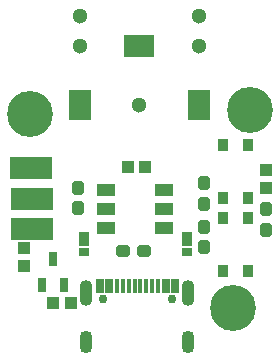
<source format=gts>
%TF.GenerationSoftware,KiCad,Pcbnew,(7.0.0)*%
%TF.CreationDate,2023-11-19T11:36:42-08:00*%
%TF.ProjectId,Dot-LED,446f742d-4c45-4442-9e6b-696361645f70,rev?*%
%TF.SameCoordinates,Original*%
%TF.FileFunction,Soldermask,Top*%
%TF.FilePolarity,Negative*%
%FSLAX46Y46*%
G04 Gerber Fmt 4.6, Leading zero omitted, Abs format (unit mm)*
G04 Created by KiCad (PCBNEW (7.0.0)) date 2023-11-19 11:36:42*
%MOMM*%
%LPD*%
G01*
G04 APERTURE LIST*
G04 Aperture macros list*
%AMRoundRect*
0 Rectangle with rounded corners*
0 $1 Rounding radius*
0 $2 $3 $4 $5 $6 $7 $8 $9 X,Y pos of 4 corners*
0 Add a 4 corners polygon primitive as box body*
4,1,4,$2,$3,$4,$5,$6,$7,$8,$9,$2,$3,0*
0 Add four circle primitives for the rounded corners*
1,1,$1+$1,$2,$3*
1,1,$1+$1,$4,$5*
1,1,$1+$1,$6,$7*
1,1,$1+$1,$8,$9*
0 Add four rect primitives between the rounded corners*
20,1,$1+$1,$2,$3,$4,$5,0*
20,1,$1+$1,$4,$5,$6,$7,0*
20,1,$1+$1,$6,$7,$8,$9,0*
20,1,$1+$1,$8,$9,$2,$3,0*%
G04 Aperture macros list end*
%ADD10RoundRect,0.050000X-0.350000X-0.500000X0.350000X-0.500000X0.350000X0.500000X-0.350000X0.500000X0*%
%ADD11RoundRect,0.050000X0.500000X-0.450000X0.500000X0.450000X-0.500000X0.450000X-0.500000X-0.450000X0*%
%ADD12RoundRect,0.050000X0.450000X0.500000X-0.450000X0.500000X-0.450000X-0.500000X0.450000X-0.500000X0*%
%ADD13C,0.750000*%
%ADD14RoundRect,0.050000X-0.300000X-0.575000X0.300000X-0.575000X0.300000X0.575000X-0.300000X0.575000X0*%
%ADD15RoundRect,0.050000X-0.150000X-0.575000X0.150000X-0.575000X0.150000X0.575000X-0.150000X0.575000X0*%
%ADD16O,1.100000X1.900000*%
%ADD17O,1.100000X2.200000*%
%ADD18RoundRect,0.050000X-0.400000X-0.525000X0.400000X-0.525000X0.400000X0.525000X-0.400000X0.525000X0*%
%ADD19RoundRect,0.050000X-0.400000X0.325000X-0.400000X-0.325000X0.400000X-0.325000X0.400000X0.325000X0*%
%ADD20RoundRect,0.050000X0.300000X0.525000X-0.300000X0.525000X-0.300000X-0.525000X0.300000X-0.525000X0*%
%ADD21RoundRect,0.287500X0.237500X-0.300000X0.237500X0.300000X-0.237500X0.300000X-0.237500X-0.300000X0*%
%ADD22C,3.890000*%
%ADD23C,1.300000*%
%ADD24RoundRect,0.050000X-1.250000X0.900000X-1.250000X-0.900000X1.250000X-0.900000X1.250000X0.900000X0*%
%ADD25RoundRect,0.050000X-0.900000X1.250000X-0.900000X-1.250000X0.900000X-1.250000X0.900000X1.250000X0*%
%ADD26RoundRect,0.050000X-1.700000X-0.900000X1.700000X-0.900000X1.700000X0.900000X-1.700000X0.900000X0*%
%ADD27RoundRect,0.287500X-0.237500X0.300000X-0.237500X-0.300000X0.237500X-0.300000X0.237500X0.300000X0*%
%ADD28RoundRect,0.287500X0.300000X0.237500X-0.300000X0.237500X-0.300000X-0.237500X0.300000X-0.237500X0*%
%ADD29RoundRect,0.050000X-0.750000X-0.500000X0.750000X-0.500000X0.750000X0.500000X-0.750000X0.500000X0*%
G04 APERTURE END LIST*
D10*
%TO.C,S2*%
X136275000Y-51200000D03*
X136275000Y-55700000D03*
X134125000Y-51200000D03*
X134125000Y-55700000D03*
%TD*%
%TO.C,S1*%
X136275000Y-57350000D03*
X136275000Y-61850000D03*
X134125000Y-57350000D03*
X134125000Y-61850000D03*
%TD*%
D11*
%TO.C,R5*%
X117250000Y-61450000D03*
X117250000Y-59950000D03*
%TD*%
D12*
%TO.C,R4*%
X119750000Y-64550000D03*
X121250000Y-64550000D03*
%TD*%
D11*
%TO.C,R2*%
X137800000Y-54850000D03*
X137800000Y-53350000D03*
%TD*%
D12*
%TO.C,R1*%
X127550000Y-53100000D03*
X126050000Y-53100000D03*
%TD*%
D13*
%TO.C,P1*%
X129770000Y-64220000D03*
X123990000Y-64220000D03*
D14*
X123680000Y-63145000D03*
X124480000Y-63145000D03*
D15*
X125630000Y-63145000D03*
X126630000Y-63145000D03*
X127130000Y-63145000D03*
X128130000Y-63145000D03*
D14*
X129280000Y-63145000D03*
X130080000Y-63145000D03*
X130080000Y-63145000D03*
X129280000Y-63145000D03*
D15*
X128630000Y-63145000D03*
X127630000Y-63145000D03*
X126130000Y-63145000D03*
X125130000Y-63145000D03*
D14*
X124480000Y-63145000D03*
X123680000Y-63145000D03*
D16*
X122559999Y-67899999D03*
D17*
X131199999Y-63719999D03*
D16*
X131199999Y-67899999D03*
D17*
X122559999Y-63719999D03*
%TD*%
D18*
%TO.C,D2*%
X122350000Y-59175000D03*
D19*
X122350000Y-60225000D03*
%TD*%
D18*
%TO.C,D1*%
X131050000Y-59175000D03*
D19*
X131050000Y-60225000D03*
%TD*%
D20*
%TO.C,Q2*%
X119750000Y-60900000D03*
X120700000Y-63100000D03*
X118800000Y-63100000D03*
%TD*%
D21*
%TO.C,C12*%
X121850000Y-56562500D03*
X121850000Y-54837500D03*
%TD*%
D22*
%TO.C,RX1*%
X136400000Y-48250000D03*
%TD*%
D21*
%TO.C,C13*%
X132500000Y-56162500D03*
X132500000Y-54437500D03*
%TD*%
%TO.C,C9*%
X137800000Y-58362500D03*
X137800000Y-56637500D03*
%TD*%
D23*
%TO.C,CON1*%
X132050000Y-40300000D03*
X122050000Y-40300000D03*
X132050000Y-42800000D03*
X122050000Y-42800000D03*
X127050000Y-47800000D03*
D24*
X127050000Y-42800000D03*
D25*
X122050000Y-47800000D03*
X132050000Y-47800000D03*
%TD*%
D26*
%TO.C,GND1*%
X117900000Y-53150000D03*
%TD*%
D22*
%TO.C,GND2*%
X135000000Y-65050000D03*
%TD*%
D26*
%TO.C,VCC1*%
X117950000Y-58350000D03*
%TD*%
%TO.C,Data1*%
X117950000Y-55800000D03*
%TD*%
D27*
%TO.C,C8*%
X132550000Y-58137500D03*
X132550000Y-59862500D03*
%TD*%
D28*
%TO.C,C17*%
X127412500Y-60150000D03*
X125687500Y-60150000D03*
%TD*%
D29*
%TO.C,D4*%
X124200000Y-55050000D03*
X124200000Y-56650000D03*
X124200000Y-58250000D03*
X129100000Y-58250000D03*
X129100000Y-56650000D03*
X129100000Y-55050000D03*
%TD*%
D22*
%TO.C,TX1*%
X117750000Y-48550000D03*
%TD*%
M02*

</source>
